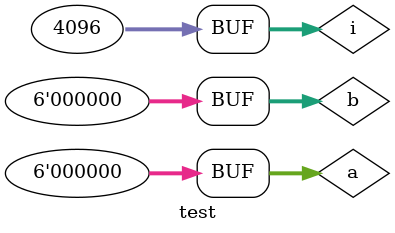
<source format=v>
module mult6 (
  input  [5:0] a,       // 乘數 a（6 位元）
  input  [5:0] b,       // 被乘數 b（6 位元）
  output [11:0] axb     // 輸出結果 axb（12 位元）
);
  reg [11:0] product;   // 暫存乘積結果
  integer i;            // 迴圈變數

  // 組合邏輯實作「shift and add」乘法器
  always @(*) begin
    product = 0;        // 初始值清零
    for (i = 0; i < 6; i = i + 1) begin
      if (b[i]) begin
        // 如果 b 的第 i 位為 1，則將 a 左移 i 位後加到 product
        product = product + (a << i);
      end
    end
  end

  assign axb = product; // 將乘積指定給輸出
endmodule


// 測試模組：模擬所有 a, b 組合並顯示結果
module test;
  reg [5:0] a, b;         // 測試輸入 a 和 b
  wire [11:0] axb;        // 輸出 axb

  // 實例化乘法器模組
  mult6 U1(a, b, axb);

  // 設定波形輸出檔案（供 gtkwave 使用）
  initial begin
    $dumpfile("vcd/5b0g0024_q1.vcd"); // 指定輸出波形檔名
    $dumpvars();                      // dump 所有變數
  end

  integer i;
  initial begin
    // 測試 6 位元 x 6 位元 所有可能組合（共 4096 次）
    for(i = 0; i < 4096; i = i + 1) begin
      #0 a = i[5:0];      // 取低 6 位給 a
         b = i[11:6];     // 取高 6 位給 b
      #10;                // 模擬間隔 10 ns
    end
    a = 0; b = 0;         // 模擬結束時重設輸入
  end

  // 每次輸入或輸出變動時印出模擬時間與結果
  always @(a or b or axb)
    $display("%d ns, a = %d, b = %d, axb = %d", $time, a, b, axb);

endmodule

</source>
